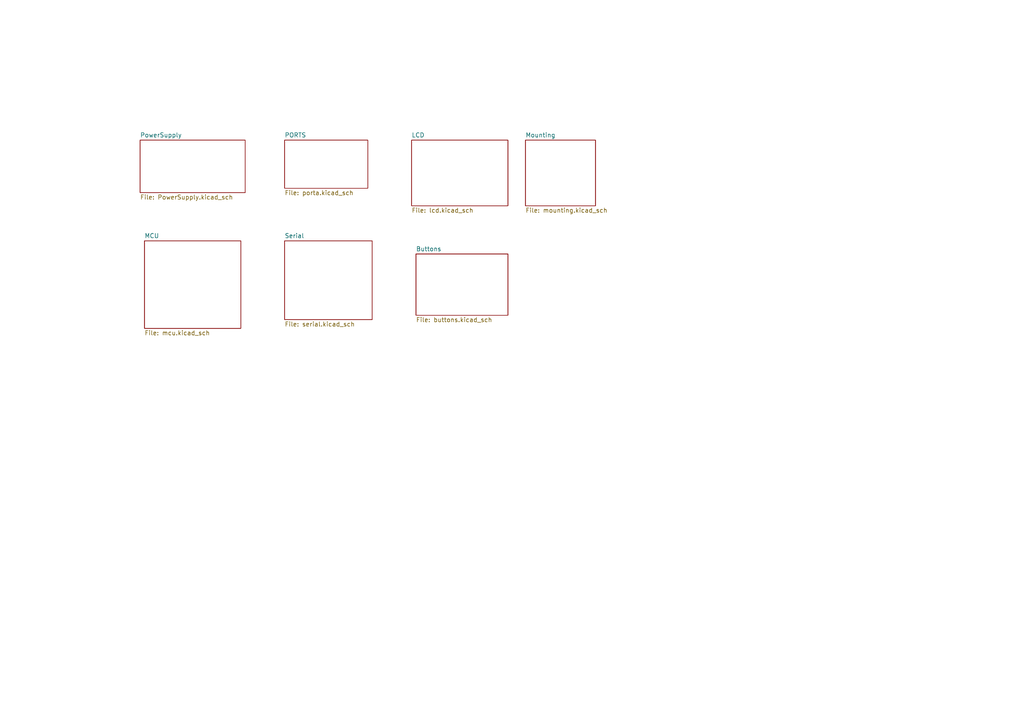
<source format=kicad_sch>
(kicad_sch
	(version 20231120)
	(generator "eeschema")
	(generator_version "8.0")
	(uuid "066fdc6a-4061-4890-84c4-535c0fe736dc")
	(paper "A4")
	(lib_symbols)
	(sheet
		(at 41.91 69.85)
		(size 27.94 25.4)
		(fields_autoplaced yes)
		(stroke
			(width 0.1524)
			(type solid)
		)
		(fill
			(color 0 0 0 0.0000)
		)
		(uuid "0035a739-943d-4799-871e-3ab3f5450df3")
		(property "Sheetname" "MCU"
			(at 41.91 69.1384 0)
			(effects
				(font
					(size 1.27 1.27)
				)
				(justify left bottom)
			)
		)
		(property "Sheetfile" "mcu.kicad_sch"
			(at 41.91 95.8346 0)
			(effects
				(font
					(size 1.27 1.27)
				)
				(justify left top)
			)
		)
		(instances
			(project "ATmega644"
				(path "/066fdc6a-4061-4890-84c4-535c0fe736dc"
					(page "3")
				)
			)
		)
	)
	(sheet
		(at 152.4 40.64)
		(size 20.32 19.05)
		(fields_autoplaced yes)
		(stroke
			(width 0.1524)
			(type solid)
		)
		(fill
			(color 0 0 0 0.0000)
		)
		(uuid "06ee65bc-8544-47fc-91a7-984adc4476b3")
		(property "Sheetname" "Mounting"
			(at 152.4 39.9284 0)
			(effects
				(font
					(size 1.27 1.27)
				)
				(justify left bottom)
			)
		)
		(property "Sheetfile" "mounting.kicad_sch"
			(at 152.4 60.2746 0)
			(effects
				(font
					(size 1.27 1.27)
				)
				(justify left top)
			)
		)
		(instances
			(project "ATmega644"
				(path "/066fdc6a-4061-4890-84c4-535c0fe736dc"
					(page "8")
				)
			)
		)
	)
	(sheet
		(at 82.55 69.85)
		(size 25.4 22.86)
		(fields_autoplaced yes)
		(stroke
			(width 0.1524)
			(type solid)
		)
		(fill
			(color 0 0 0 0.0000)
		)
		(uuid "2e75f5fa-1839-4cce-bce6-20ef664a7c3f")
		(property "Sheetname" "Serial"
			(at 82.55 69.1384 0)
			(effects
				(font
					(size 1.27 1.27)
				)
				(justify left bottom)
			)
		)
		(property "Sheetfile" "serial.kicad_sch"
			(at 82.55 93.2946 0)
			(effects
				(font
					(size 1.27 1.27)
				)
				(justify left top)
			)
		)
		(instances
			(project "ATmega644"
				(path "/066fdc6a-4061-4890-84c4-535c0fe736dc"
					(page "5")
				)
			)
		)
	)
	(sheet
		(at 120.65 73.66)
		(size 26.67 17.78)
		(fields_autoplaced yes)
		(stroke
			(width 0.1524)
			(type solid)
		)
		(fill
			(color 0 0 0 0.0000)
		)
		(uuid "346ef1fc-24b8-4748-a89f-6b5284512bb6")
		(property "Sheetname" "Buttons"
			(at 120.65 72.9484 0)
			(effects
				(font
					(size 1.27 1.27)
				)
				(justify left bottom)
			)
		)
		(property "Sheetfile" "buttons.kicad_sch"
			(at 120.65 92.0246 0)
			(effects
				(font
					(size 1.27 1.27)
				)
				(justify left top)
			)
		)
		(instances
			(project "ATmega644"
				(path "/066fdc6a-4061-4890-84c4-535c0fe736dc"
					(page "7")
				)
			)
		)
	)
	(sheet
		(at 119.38 40.64)
		(size 27.94 19.05)
		(fields_autoplaced yes)
		(stroke
			(width 0.1524)
			(type solid)
		)
		(fill
			(color 0 0 0 0.0000)
		)
		(uuid "39850630-eb20-490c-a713-02817fb39197")
		(property "Sheetname" "LCD"
			(at 119.38 39.9284 0)
			(effects
				(font
					(size 1.27 1.27)
				)
				(justify left bottom)
			)
		)
		(property "Sheetfile" "lcd.kicad_sch"
			(at 119.38 60.2746 0)
			(effects
				(font
					(size 1.27 1.27)
				)
				(justify left top)
			)
		)
		(instances
			(project "ATmega644"
				(path "/066fdc6a-4061-4890-84c4-535c0fe736dc"
					(page "6")
				)
			)
		)
	)
	(sheet
		(at 40.64 40.64)
		(size 30.48 15.24)
		(fields_autoplaced yes)
		(stroke
			(width 0.1524)
			(type solid)
		)
		(fill
			(color 0 0 0 0.0000)
		)
		(uuid "39de92aa-dd23-4155-b7c2-b624b59b9a4d")
		(property "Sheetname" "PowerSupply"
			(at 40.64 39.9284 0)
			(effects
				(font
					(size 1.27 1.27)
				)
				(justify left bottom)
			)
		)
		(property "Sheetfile" "PowerSupply.kicad_sch"
			(at 40.64 56.4646 0)
			(effects
				(font
					(size 1.27 1.27)
				)
				(justify left top)
			)
		)
		(instances
			(project "ATmega644"
				(path "/066fdc6a-4061-4890-84c4-535c0fe736dc"
					(page "2")
				)
			)
		)
	)
	(sheet
		(at 82.55 40.64)
		(size 24.13 13.97)
		(fields_autoplaced yes)
		(stroke
			(width 0.1524)
			(type solid)
		)
		(fill
			(color 0 0 0 0.0000)
		)
		(uuid "de88a980-cdf1-4d66-a6af-13c48473d3b3")
		(property "Sheetname" "PORTS"
			(at 82.55 39.9284 0)
			(effects
				(font
					(size 1.27 1.27)
				)
				(justify left bottom)
			)
		)
		(property "Sheetfile" "porta.kicad_sch"
			(at 82.55 55.1946 0)
			(effects
				(font
					(size 1.27 1.27)
				)
				(justify left top)
			)
		)
		(instances
			(project "ATmega644"
				(path "/066fdc6a-4061-4890-84c4-535c0fe736dc"
					(page "4")
				)
			)
		)
	)
	(sheet_instances
		(path "/"
			(page "1")
		)
	)
)

</source>
